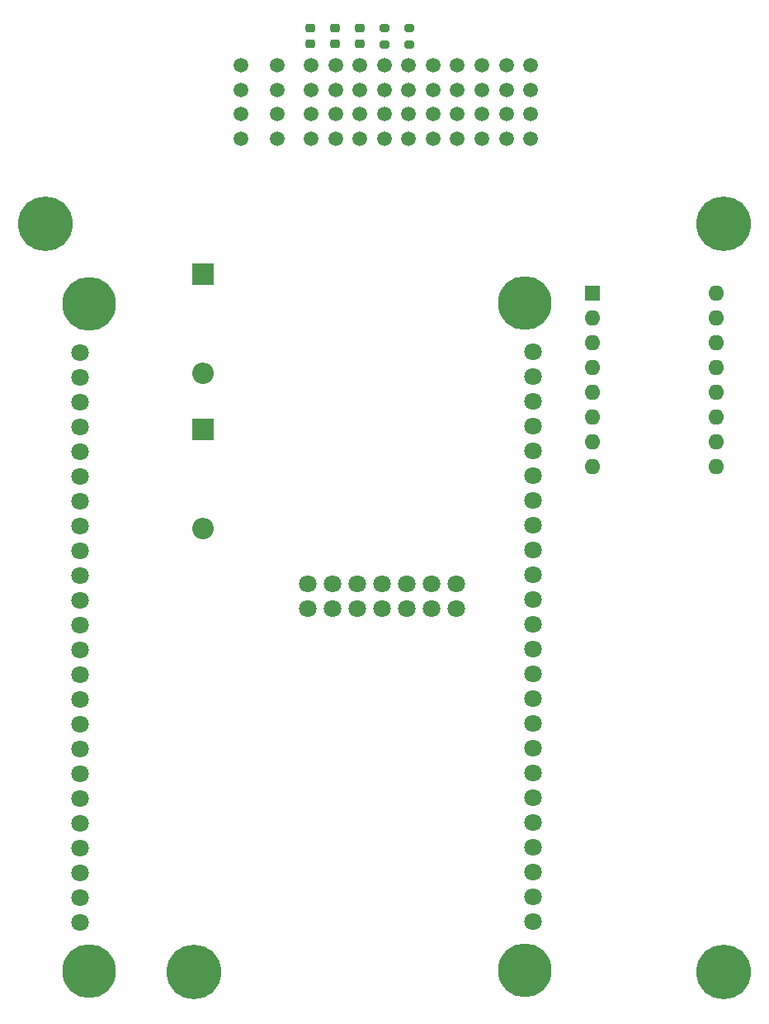
<source format=gbr>
%TF.GenerationSoftware,KiCad,Pcbnew,8.0.5*%
%TF.CreationDate,2024-11-12T15:31:54+01:00*%
%TF.ProjectId,Core4GPZ_rev0-1,436f7265-3447-4505-9a5f-726576302d31,rev?*%
%TF.SameCoordinates,Original*%
%TF.FileFunction,Soldermask,Bot*%
%TF.FilePolarity,Negative*%
%FSLAX46Y46*%
G04 Gerber Fmt 4.6, Leading zero omitted, Abs format (unit mm)*
G04 Created by KiCad (PCBNEW 8.0.5) date 2024-11-12 15:31:54*
%MOMM*%
%LPD*%
G01*
G04 APERTURE LIST*
G04 Aperture macros list*
%AMRoundRect*
0 Rectangle with rounded corners*
0 $1 Rounding radius*
0 $2 $3 $4 $5 $6 $7 $8 $9 X,Y pos of 4 corners*
0 Add a 4 corners polygon primitive as box body*
4,1,4,$2,$3,$4,$5,$6,$7,$8,$9,$2,$3,0*
0 Add four circle primitives for the rounded corners*
1,1,$1+$1,$2,$3*
1,1,$1+$1,$4,$5*
1,1,$1+$1,$6,$7*
1,1,$1+$1,$8,$9*
0 Add four rect primitives between the rounded corners*
20,1,$1+$1,$2,$3,$4,$5,0*
20,1,$1+$1,$4,$5,$6,$7,0*
20,1,$1+$1,$6,$7,$8,$9,0*
20,1,$1+$1,$8,$9,$2,$3,0*%
G04 Aperture macros list end*
%ADD10C,1.500000*%
%ADD11R,2.200000X2.200000*%
%ADD12O,2.200000X2.200000*%
%ADD13C,5.600000*%
%ADD14C,1.800000*%
%ADD15C,5.500000*%
%ADD16R,1.600000X1.600000*%
%ADD17O,1.600000X1.600000*%
%ADD18RoundRect,0.200000X0.275000X-0.200000X0.275000X0.200000X-0.275000X0.200000X-0.275000X-0.200000X0*%
%ADD19RoundRect,0.218750X0.256250X-0.218750X0.256250X0.218750X-0.256250X0.218750X-0.256250X-0.218750X0*%
G04 APERTURE END LIST*
D10*
%TO.C,U1*%
X131813000Y-53855000D03*
X129313000Y-53855000D03*
X126813000Y-53855000D03*
X124313000Y-53855000D03*
X121813000Y-53855000D03*
X119313000Y-53855000D03*
X116813000Y-53855000D03*
X114313000Y-53855000D03*
X111813000Y-53855000D03*
X109313000Y-53855000D03*
X131813000Y-51355000D03*
X129313000Y-51355000D03*
X126813000Y-51355000D03*
X124313000Y-51355000D03*
X121813000Y-51355000D03*
X119313000Y-51355000D03*
X116813000Y-51355000D03*
X114313000Y-51355000D03*
X111813000Y-51355000D03*
X109313000Y-51355000D03*
X131813000Y-48855000D03*
X129313000Y-48855000D03*
X126813000Y-48855000D03*
X124313000Y-48855000D03*
X121813000Y-48855000D03*
X119313000Y-48855000D03*
X116813000Y-48855000D03*
X114313000Y-48855000D03*
X111813000Y-48855000D03*
X109313000Y-48855000D03*
X131813000Y-46355000D03*
X129313000Y-46355000D03*
X126813000Y-46355000D03*
X124313000Y-46355000D03*
X121813000Y-46355000D03*
X119313000Y-46355000D03*
X116813000Y-46355000D03*
X114313000Y-46355000D03*
X111813000Y-46355000D03*
X109313000Y-46355000D03*
X105813000Y-53855000D03*
X102113000Y-53855000D03*
X105813000Y-51355000D03*
X102113000Y-51355000D03*
X105813000Y-48855000D03*
X102113000Y-48855000D03*
X105813000Y-46355000D03*
X102113000Y-46355000D03*
%TD*%
D11*
%TO.C,D5*%
X98176000Y-67759000D03*
D12*
X98176000Y-77919000D03*
%TD*%
D13*
%TO.C,M3*%
X82047000Y-62611000D03*
%TD*%
D14*
%TO.C,U2*%
X85546000Y-75759000D03*
X85546000Y-78299000D03*
X85546000Y-80839000D03*
X85546000Y-83379000D03*
X85546000Y-85919000D03*
X85546000Y-88459000D03*
X85546000Y-90999000D03*
X85546000Y-93539000D03*
X85546000Y-96079000D03*
X85546000Y-98619000D03*
X85546000Y-101159000D03*
X85546000Y-103699000D03*
X85546000Y-106239000D03*
X85546000Y-108779000D03*
X85546000Y-111319000D03*
X85546000Y-113859000D03*
X85546000Y-116399000D03*
X85546000Y-118939000D03*
X85546000Y-121479000D03*
X85546000Y-124019000D03*
X85546000Y-126559000D03*
X85546000Y-129099000D03*
X85546000Y-131639000D03*
X85546000Y-134179000D03*
X132076000Y-75699000D03*
X132076000Y-78239000D03*
X132076000Y-80779000D03*
X132076000Y-83319000D03*
X132076000Y-85859000D03*
X132076000Y-88399000D03*
X132076000Y-90939000D03*
X132076000Y-93479000D03*
X132076000Y-96019000D03*
X132076000Y-98559000D03*
X132076000Y-101099000D03*
X132076000Y-103639000D03*
X132076000Y-106179000D03*
X132076000Y-108719000D03*
X132076000Y-111259000D03*
X132076000Y-113799000D03*
X132076000Y-116339000D03*
X132076000Y-118879000D03*
X132076000Y-121419000D03*
X132076000Y-123959000D03*
X132076000Y-126499000D03*
X132076000Y-129039000D03*
X132076000Y-131579000D03*
X132076000Y-134119000D03*
X108966000Y-99509000D03*
X108966000Y-102049000D03*
X111506000Y-99509000D03*
X111506000Y-102049000D03*
X114046000Y-99509000D03*
X114046000Y-102049000D03*
X116586000Y-99509000D03*
X116586000Y-102049000D03*
X119126000Y-99509000D03*
X119126000Y-102049000D03*
X121666000Y-99509000D03*
X121666000Y-102049000D03*
X124206000Y-99509000D03*
X124206000Y-102049000D03*
D15*
X86546000Y-70759000D03*
X131196000Y-70739000D03*
X131196000Y-139149000D03*
X86546000Y-139159000D03*
%TD*%
D13*
%TO.C,M3*%
X97287000Y-139319000D03*
%TD*%
%TO.C,M3*%
X151643000Y-62611000D03*
%TD*%
D16*
%TO.C,A1*%
X138181000Y-69723000D03*
D17*
X138181000Y-72263000D03*
X138181000Y-74803000D03*
X138181000Y-77343000D03*
X138181000Y-79883000D03*
X138181000Y-82423000D03*
X138181000Y-84963000D03*
X138181000Y-87503000D03*
X150881000Y-87503000D03*
X150881000Y-84963000D03*
X150881000Y-82423000D03*
X150881000Y-79883000D03*
X150881000Y-77343000D03*
X150881000Y-74803000D03*
X150881000Y-72263000D03*
X150881000Y-69723000D03*
%TD*%
D11*
%TO.C,D6*%
X98176000Y-83634000D03*
D12*
X98176000Y-93794000D03*
%TD*%
D13*
%TO.C,M3*%
X151643000Y-139319000D03*
%TD*%
D18*
%TO.C,R2*%
X116845000Y-44195000D03*
X116845000Y-42545000D03*
%TD*%
D19*
%TO.C,D3*%
X114305000Y-44120000D03*
X114305000Y-42545000D03*
%TD*%
%TO.C,D1*%
X109225000Y-44120000D03*
X109225000Y-42545000D03*
%TD*%
D18*
%TO.C,R1*%
X119385000Y-44195000D03*
X119385000Y-42545000D03*
%TD*%
D19*
%TO.C,D2*%
X111765000Y-44120000D03*
X111765000Y-42545000D03*
%TD*%
M02*

</source>
